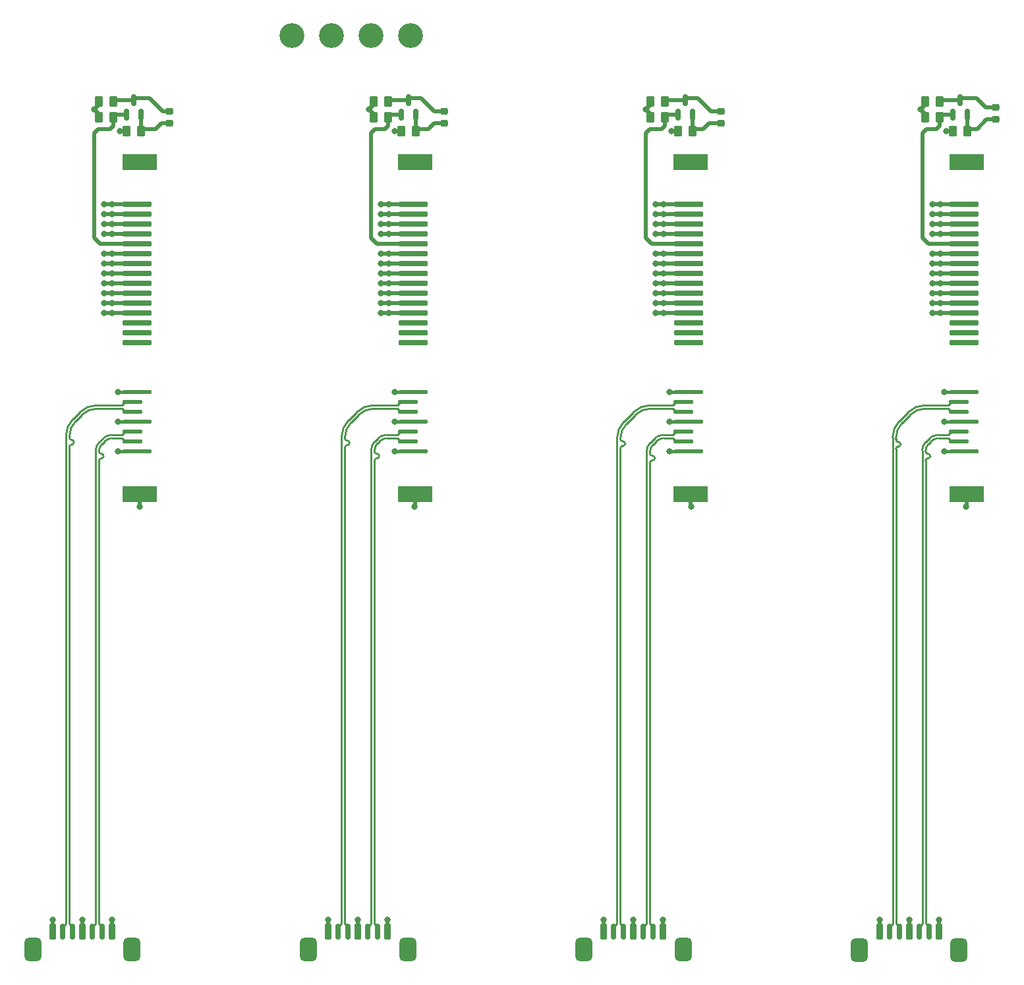
<source format=gbr>
%TF.GenerationSoftware,KiCad,Pcbnew,7.0.9*%
%TF.CreationDate,2024-03-30T19:36:48+01:00*%
%TF.ProjectId,8x-sata-backplane,38782d73-6174-4612-9d62-61636b706c61,rev?*%
%TF.SameCoordinates,Original*%
%TF.FileFunction,Copper,L1,Top*%
%TF.FilePolarity,Positive*%
%FSLAX46Y46*%
G04 Gerber Fmt 4.6, Leading zero omitted, Abs format (unit mm)*
G04 Created by KiCad (PCBNEW 7.0.9) date 2024-03-30 19:36:48*
%MOMM*%
%LPD*%
G01*
G04 APERTURE LIST*
G04 Aperture macros list*
%AMRoundRect*
0 Rectangle with rounded corners*
0 $1 Rounding radius*
0 $2 $3 $4 $5 $6 $7 $8 $9 X,Y pos of 4 corners*
0 Add a 4 corners polygon primitive as box body*
4,1,4,$2,$3,$4,$5,$6,$7,$8,$9,$2,$3,0*
0 Add four circle primitives for the rounded corners*
1,1,$1+$1,$2,$3*
1,1,$1+$1,$4,$5*
1,1,$1+$1,$6,$7*
1,1,$1+$1,$8,$9*
0 Add four rect primitives between the rounded corners*
20,1,$1+$1,$2,$3,$4,$5,0*
20,1,$1+$1,$4,$5,$6,$7,0*
20,1,$1+$1,$6,$7,$8,$9,0*
20,1,$1+$1,$8,$9,$2,$3,0*%
G04 Aperture macros list end*
%TA.AperFunction,ComponentPad*%
%ADD10C,3.200000*%
%TD*%
%TA.AperFunction,SMDPad,CuDef*%
%ADD11RoundRect,0.112500X1.790000X-0.112500X1.790000X0.112500X-1.790000X0.112500X-1.790000X-0.112500X0*%
%TD*%
%TA.AperFunction,SMDPad,CuDef*%
%ADD12RoundRect,0.112500X1.155000X-0.112500X1.155000X0.112500X-1.155000X0.112500X-1.155000X-0.112500X0*%
%TD*%
%TA.AperFunction,SMDPad,CuDef*%
%ADD13RoundRect,0.150000X1.750000X-0.150000X1.750000X0.150000X-1.750000X0.150000X-1.750000X-0.150000X0*%
%TD*%
%TA.AperFunction,SMDPad,CuDef*%
%ADD14R,4.445000X2.100000*%
%TD*%
%TA.AperFunction,SMDPad,CuDef*%
%ADD15RoundRect,0.225000X0.225000X0.775000X-0.225000X0.775000X-0.225000X-0.775000X0.225000X-0.775000X0*%
%TD*%
%TA.AperFunction,SMDPad,CuDef*%
%ADD16RoundRect,0.150000X0.150000X0.850000X-0.150000X0.850000X-0.150000X-0.850000X0.150000X-0.850000X0*%
%TD*%
%TA.AperFunction,ComponentPad*%
%ADD17RoundRect,0.550000X0.550000X0.950000X-0.550000X0.950000X-0.550000X-0.950000X0.550000X-0.950000X0*%
%TD*%
%TA.AperFunction,SMDPad,CuDef*%
%ADD18RoundRect,0.250000X0.262500X0.450000X-0.262500X0.450000X-0.262500X-0.450000X0.262500X-0.450000X0*%
%TD*%
%TA.AperFunction,SMDPad,CuDef*%
%ADD19RoundRect,0.218750X0.256250X-0.218750X0.256250X0.218750X-0.256250X0.218750X-0.256250X-0.218750X0*%
%TD*%
%TA.AperFunction,SMDPad,CuDef*%
%ADD20RoundRect,0.150000X0.150000X-0.587500X0.150000X0.587500X-0.150000X0.587500X-0.150000X-0.587500X0*%
%TD*%
%TA.AperFunction,SMDPad,CuDef*%
%ADD21RoundRect,0.250000X-0.262500X-0.450000X0.262500X-0.450000X0.262500X0.450000X-0.262500X0.450000X0*%
%TD*%
%TA.AperFunction,ViaPad*%
%ADD22C,0.800000*%
%TD*%
%TA.AperFunction,Conductor*%
%ADD23C,0.500000*%
%TD*%
%TA.AperFunction,Conductor*%
%ADD24C,0.220500*%
%TD*%
%TA.AperFunction,Conductor*%
%ADD25C,0.450000*%
%TD*%
G04 APERTURE END LIST*
D10*
%TO.P,J9,1,12V*%
%TO.N,12V*%
X79502000Y-26554000D03*
%TO.P,J9,2,GND*%
%TO.N,GND*%
X74422000Y-26554000D03*
%TO.P,J9,3,GND*%
X69342000Y-26554000D03*
%TO.P,J9,4,5V*%
%TO.N,5V*%
X64262000Y-26554000D03*
%TD*%
D11*
%TO.P,J7,1,GND*%
%TO.N,GND4*%
X150585500Y-80010000D03*
D12*
%TO.P,J7,2,A+*%
%TO.N,/4A+*%
X149950500Y-78740000D03*
%TO.P,J7,3,A-*%
%TO.N,/4A-*%
X149950500Y-77470000D03*
D11*
%TO.P,J7,4,GND*%
%TO.N,GND4*%
X150585500Y-76200000D03*
D12*
%TO.P,J7,5,B-*%
%TO.N,/4B-*%
X149950500Y-74930000D03*
%TO.P,J7,6,B+*%
%TO.N,/4B+*%
X149950500Y-73660000D03*
D11*
%TO.P,J7,7,GND*%
%TO.N,GND4*%
X150585500Y-72390000D03*
D13*
%TO.P,J7,8,P1*%
%TO.N,unconnected-(J7-P1-Pad8)*%
X150583000Y-66040000D03*
%TO.P,J7,9,P2*%
%TO.N,unconnected-(J7-P2-Pad9)*%
X150583000Y-64770000D03*
%TO.P,J7,10,P3*%
%TO.N,unconnected-(J7-P3-Pad10)*%
X150583000Y-63500000D03*
%TO.P,J7,11,P4*%
%TO.N,GND*%
X150583000Y-62230000D03*
%TO.P,J7,12,P5*%
X150583000Y-60960000D03*
%TO.P,J7,13,P6*%
X150583000Y-59690000D03*
%TO.P,J7,14,P7*%
%TO.N,5V*%
X150583000Y-58420000D03*
%TO.P,J7,15,P8*%
X150583000Y-57150000D03*
%TO.P,J7,16,P9*%
X150583000Y-55880000D03*
%TO.P,J7,17,P10*%
%TO.N,GND*%
X150583000Y-54610000D03*
%TO.P,J7,18,P11*%
%TO.N,4_ACT*%
X150583000Y-53340000D03*
%TO.P,J7,19,P12*%
%TO.N,GND*%
X150583000Y-52070000D03*
%TO.P,J7,20,P13*%
%TO.N,12V*%
X150583000Y-50800000D03*
%TO.P,J7,21,P14*%
X150583000Y-49530000D03*
%TO.P,J7,22,P15*%
X150583000Y-48260000D03*
D14*
%TO.P,J7,23,C1*%
%TO.N,GND4*%
X150900500Y-85485000D03*
%TO.P,J7,24,C2*%
%TO.N,unconnected-(J7-C2-Pad24)*%
X150900500Y-42785000D03*
%TD*%
D15*
%TO.P,J6,1,GND*%
%TO.N,GND3*%
X111948000Y-141678000D03*
D16*
%TO.P,J6,2,A+*%
%TO.N,/3A+*%
X110678000Y-141678000D03*
%TO.P,J6,3,A-*%
%TO.N,/3A-*%
X109408000Y-141678000D03*
D15*
%TO.P,J6,4,GND*%
%TO.N,GND3*%
X108138000Y-141678000D03*
D16*
%TO.P,J6,5,B-*%
%TO.N,/3B-*%
X106868000Y-141678000D03*
%TO.P,J6,6,B+*%
%TO.N,/3B+*%
X105598000Y-141678000D03*
D15*
%TO.P,J6,7,GND*%
%TO.N,GND3*%
X104328000Y-141678000D03*
D17*
%TO.P,J6,8,C1*%
X101768000Y-144038000D03*
%TO.P,J6,9,C2*%
X114508000Y-144038000D03*
%TD*%
D11*
%TO.P,J1,1,GND*%
%TO.N,GND1*%
X44385500Y-80010000D03*
D12*
%TO.P,J1,2,A+*%
%TO.N,/A+*%
X43750500Y-78740000D03*
%TO.P,J1,3,A-*%
%TO.N,/A-*%
X43750500Y-77470000D03*
D11*
%TO.P,J1,4,GND*%
%TO.N,GND1*%
X44385500Y-76200000D03*
D12*
%TO.P,J1,5,B-*%
%TO.N,/B-*%
X43750500Y-74930000D03*
%TO.P,J1,6,B+*%
%TO.N,/B+*%
X43750500Y-73660000D03*
D11*
%TO.P,J1,7,GND*%
%TO.N,GND1*%
X44385500Y-72390000D03*
D13*
%TO.P,J1,8,P1*%
%TO.N,unconnected-(J1-P1-Pad8)*%
X44383000Y-66040000D03*
%TO.P,J1,9,P2*%
%TO.N,unconnected-(J1-P2-Pad9)*%
X44383000Y-64770000D03*
%TO.P,J1,10,P3*%
%TO.N,unconnected-(J1-P3-Pad10)*%
X44383000Y-63500000D03*
%TO.P,J1,11,P4*%
%TO.N,GND*%
X44383000Y-62230000D03*
%TO.P,J1,12,P5*%
X44383000Y-60960000D03*
%TO.P,J1,13,P6*%
X44383000Y-59690000D03*
%TO.P,J1,14,P7*%
%TO.N,5V*%
X44383000Y-58420000D03*
%TO.P,J1,15,P8*%
X44383000Y-57150000D03*
%TO.P,J1,16,P9*%
X44383000Y-55880000D03*
%TO.P,J1,17,P10*%
%TO.N,GND*%
X44383000Y-54610000D03*
%TO.P,J1,18,P11*%
%TO.N,1_ACT*%
X44383000Y-53340000D03*
%TO.P,J1,19,P12*%
%TO.N,GND*%
X44383000Y-52070000D03*
%TO.P,J1,20,P13*%
%TO.N,12V*%
X44383000Y-50800000D03*
%TO.P,J1,21,P14*%
X44383000Y-49530000D03*
%TO.P,J1,22,P15*%
X44383000Y-48260000D03*
D14*
%TO.P,J1,23,C1*%
%TO.N,GND1*%
X44700500Y-85485000D03*
%TO.P,J1,24,C2*%
%TO.N,unconnected-(J1-C2-Pad24)*%
X44700500Y-42785000D03*
%TD*%
D18*
%TO.P,R11,2*%
%TO.N,5V*%
X145645500Y-35052000D03*
%TO.P,R11,1*%
%TO.N,Net-(D4-A)*%
X147470500Y-35052000D03*
%TD*%
D15*
%TO.P,J4,1,GND*%
%TO.N,GND2*%
X76548000Y-141678000D03*
D16*
%TO.P,J4,2,A+*%
%TO.N,/2A+*%
X75278000Y-141678000D03*
%TO.P,J4,3,A-*%
%TO.N,/2A-*%
X74008000Y-141678000D03*
D15*
%TO.P,J4,4,GND*%
%TO.N,GND2*%
X72738000Y-141678000D03*
D16*
%TO.P,J4,5,B-*%
%TO.N,/2B-*%
X71468000Y-141678000D03*
%TO.P,J4,6,B+*%
%TO.N,/2B+*%
X70198000Y-141678000D03*
D15*
%TO.P,J4,7,GND*%
%TO.N,GND2*%
X68928000Y-141678000D03*
D17*
%TO.P,J4,8,C1*%
X66368000Y-144038000D03*
%TO.P,J4,9,C2*%
X79108000Y-144038000D03*
%TD*%
D19*
%TO.P,D3,1,K*%
%TO.N,Net-(D3-K)*%
X119380000Y-37871500D03*
%TO.P,D3,2,A*%
%TO.N,Net-(D3-A)*%
X119380000Y-36296500D03*
%TD*%
%TO.P,D4,1,K*%
%TO.N,Net-(D4-K)*%
X154686000Y-37363500D03*
%TO.P,D4,2,A*%
%TO.N,Net-(D4-A)*%
X154686000Y-35788500D03*
%TD*%
D20*
%TO.P,Q3,1,B*%
%TO.N,3_ACT*%
X113858000Y-36751500D03*
%TO.P,Q3,2,E*%
%TO.N,Net-(D3-K)*%
X115758000Y-36751500D03*
%TO.P,Q3,3,C*%
%TO.N,Net-(D3-A)*%
X114808000Y-34876500D03*
%TD*%
D18*
%TO.P,R12,1*%
%TO.N,Net-(D4-K)*%
X151026500Y-38862000D03*
%TO.P,R12,2*%
%TO.N,GND*%
X149201500Y-38862000D03*
%TD*%
D21*
%TO.P,R4,1*%
%TO.N,5V*%
X74779500Y-37084000D03*
%TO.P,R4,2*%
%TO.N,2_ACT*%
X76604500Y-37084000D03*
%TD*%
D20*
%TO.P,Q1,1,B*%
%TO.N,1_ACT*%
X42992000Y-36751500D03*
%TO.P,Q1,2,E*%
%TO.N,Net-(D1-K)*%
X44892000Y-36751500D03*
%TO.P,Q1,3,C*%
%TO.N,Net-(D1-A)*%
X43942000Y-34876500D03*
%TD*%
D19*
%TO.P,D2,1,K*%
%TO.N,Net-(D2-K)*%
X83820000Y-37871500D03*
%TO.P,D2,2,A*%
%TO.N,Net-(D2-A)*%
X83820000Y-36296500D03*
%TD*%
D18*
%TO.P,R2,1*%
%TO.N,Net-(D1-A)*%
X41298500Y-35052000D03*
%TO.P,R2,2*%
%TO.N,5V*%
X39473500Y-35052000D03*
%TD*%
%TO.P,R9,1*%
%TO.N,Net-(D3-K)*%
X115720500Y-38862000D03*
%TO.P,R9,2*%
%TO.N,GND*%
X113895500Y-38862000D03*
%TD*%
D11*
%TO.P,J5,1,GND*%
%TO.N,GND3*%
X115185500Y-80010000D03*
D12*
%TO.P,J5,2,A+*%
%TO.N,/3A+*%
X114550500Y-78740000D03*
%TO.P,J5,3,A-*%
%TO.N,/3A-*%
X114550500Y-77470000D03*
D11*
%TO.P,J5,4,GND*%
%TO.N,GND3*%
X115185500Y-76200000D03*
D12*
%TO.P,J5,5,B-*%
%TO.N,/3B-*%
X114550500Y-74930000D03*
%TO.P,J5,6,B+*%
%TO.N,/3B+*%
X114550500Y-73660000D03*
D11*
%TO.P,J5,7,GND*%
%TO.N,GND3*%
X115185500Y-72390000D03*
D13*
%TO.P,J5,8,P1*%
%TO.N,unconnected-(J5-P1-Pad8)*%
X115183000Y-66040000D03*
%TO.P,J5,9,P2*%
%TO.N,unconnected-(J5-P2-Pad9)*%
X115183000Y-64770000D03*
%TO.P,J5,10,P3*%
%TO.N,unconnected-(J5-P3-Pad10)*%
X115183000Y-63500000D03*
%TO.P,J5,11,P4*%
%TO.N,GND*%
X115183000Y-62230000D03*
%TO.P,J5,12,P5*%
X115183000Y-60960000D03*
%TO.P,J5,13,P6*%
X115183000Y-59690000D03*
%TO.P,J5,14,P7*%
%TO.N,5V*%
X115183000Y-58420000D03*
%TO.P,J5,15,P8*%
X115183000Y-57150000D03*
%TO.P,J5,16,P9*%
X115183000Y-55880000D03*
%TO.P,J5,17,P10*%
%TO.N,GND*%
X115183000Y-54610000D03*
%TO.P,J5,18,P11*%
%TO.N,3_ACT*%
X115183000Y-53340000D03*
%TO.P,J5,19,P12*%
%TO.N,GND*%
X115183000Y-52070000D03*
%TO.P,J5,20,P13*%
%TO.N,12V*%
X115183000Y-50800000D03*
%TO.P,J5,21,P14*%
X115183000Y-49530000D03*
%TO.P,J5,22,P15*%
X115183000Y-48260000D03*
D14*
%TO.P,J5,23,C1*%
%TO.N,GND3*%
X115500500Y-85485000D03*
%TO.P,J5,24,C2*%
%TO.N,unconnected-(J5-C2-Pad24)*%
X115500500Y-42785000D03*
%TD*%
D18*
%TO.P,R5,1*%
%TO.N,Net-(D2-A)*%
X76604500Y-35052000D03*
%TO.P,R5,2*%
%TO.N,5V*%
X74779500Y-35052000D03*
%TD*%
D20*
%TO.P,Q4,1,B*%
%TO.N,4_ACT*%
X149164000Y-36751500D03*
%TO.P,Q4,2,E*%
%TO.N,Net-(D4-K)*%
X151064000Y-36751500D03*
%TO.P,Q4,3,C*%
%TO.N,Net-(D4-A)*%
X150114000Y-34876500D03*
%TD*%
D18*
%TO.P,R8,1*%
%TO.N,Net-(D3-A)*%
X112164500Y-35052000D03*
%TO.P,R8,2*%
%TO.N,5V*%
X110339500Y-35052000D03*
%TD*%
D21*
%TO.P,R7,1*%
%TO.N,5V*%
X110339500Y-37084000D03*
%TO.P,R7,2*%
%TO.N,3_ACT*%
X112164500Y-37084000D03*
%TD*%
D18*
%TO.P,R3,1*%
%TO.N,Net-(D1-K)*%
X44854500Y-38862000D03*
%TO.P,R3,2*%
%TO.N,GND*%
X43029500Y-38862000D03*
%TD*%
D15*
%TO.P,J8,1,GND*%
%TO.N,GND4*%
X147348000Y-141698000D03*
D16*
%TO.P,J8,2,A+*%
%TO.N,/4A+*%
X146078000Y-141698000D03*
%TO.P,J8,3,A-*%
%TO.N,/4A-*%
X144808000Y-141698000D03*
D15*
%TO.P,J8,4,GND*%
%TO.N,GND4*%
X143538000Y-141698000D03*
D16*
%TO.P,J8,5,B-*%
%TO.N,/4B-*%
X142268000Y-141698000D03*
%TO.P,J8,6,B+*%
%TO.N,/4B+*%
X140998000Y-141698000D03*
D15*
%TO.P,J8,7,GND*%
%TO.N,GND4*%
X139728000Y-141698000D03*
D17*
%TO.P,J8,8,C1*%
X137168000Y-144058000D03*
%TO.P,J8,9,C2*%
X149908000Y-144058000D03*
%TD*%
D20*
%TO.P,Q2,1,B*%
%TO.N,2_ACT*%
X78298000Y-36751500D03*
%TO.P,Q2,2,E*%
%TO.N,Net-(D2-K)*%
X80198000Y-36751500D03*
%TO.P,Q2,3,C*%
%TO.N,Net-(D2-A)*%
X79248000Y-34876500D03*
%TD*%
D18*
%TO.P,R6,1*%
%TO.N,Net-(D2-K)*%
X80160500Y-38862000D03*
%TO.P,R6,2*%
%TO.N,GND*%
X78335500Y-38862000D03*
%TD*%
D19*
%TO.P,D1,1,K*%
%TO.N,Net-(D1-K)*%
X48514000Y-37871500D03*
%TO.P,D1,2,A*%
%TO.N,Net-(D1-A)*%
X48514000Y-36296500D03*
%TD*%
D21*
%TO.P,R10,1*%
%TO.N,5V*%
X145645500Y-37084000D03*
%TO.P,R10,2*%
%TO.N,4_ACT*%
X147470500Y-37084000D03*
%TD*%
%TO.P,R1,2*%
%TO.N,1_ACT*%
X41298500Y-37084000D03*
%TO.P,R1,1*%
%TO.N,5V*%
X39473500Y-37084000D03*
%TD*%
D15*
%TO.P,J2,1,GND*%
%TO.N,GND1*%
X41148000Y-141678000D03*
D16*
%TO.P,J2,2,A+*%
%TO.N,/A+*%
X39878000Y-141678000D03*
%TO.P,J2,3,A-*%
%TO.N,/A-*%
X38608000Y-141678000D03*
D15*
%TO.P,J2,4,GND*%
%TO.N,GND1*%
X37338000Y-141678000D03*
D16*
%TO.P,J2,5,B-*%
%TO.N,/B-*%
X36068000Y-141678000D03*
%TO.P,J2,6,B+*%
%TO.N,/B+*%
X34798000Y-141678000D03*
D15*
%TO.P,J2,7,GND*%
%TO.N,GND1*%
X33528000Y-141678000D03*
D17*
%TO.P,J2,8,C1*%
X30968000Y-144038000D03*
%TO.P,J2,9,C2*%
X43708000Y-144038000D03*
%TD*%
D11*
%TO.P,J3,1,GND*%
%TO.N,GND2*%
X79785500Y-80010000D03*
D12*
%TO.P,J3,2,A+*%
%TO.N,/2A+*%
X79150500Y-78740000D03*
%TO.P,J3,3,A-*%
%TO.N,/2A-*%
X79150500Y-77470000D03*
D11*
%TO.P,J3,4,GND*%
%TO.N,GND2*%
X79785500Y-76200000D03*
D12*
%TO.P,J3,5,B-*%
%TO.N,/2B-*%
X79150500Y-74930000D03*
%TO.P,J3,6,B+*%
%TO.N,/2B+*%
X79150500Y-73660000D03*
D11*
%TO.P,J3,7,GND*%
%TO.N,GND2*%
X79785500Y-72390000D03*
D13*
%TO.P,J3,8,P1*%
%TO.N,unconnected-(J3-P1-Pad8)*%
X79783000Y-66040000D03*
%TO.P,J3,9,P2*%
%TO.N,unconnected-(J3-P2-Pad9)*%
X79783000Y-64770000D03*
%TO.P,J3,10,P3*%
%TO.N,unconnected-(J3-P3-Pad10)*%
X79783000Y-63500000D03*
%TO.P,J3,11,P4*%
%TO.N,GND*%
X79783000Y-62230000D03*
%TO.P,J3,12,P5*%
X79783000Y-60960000D03*
%TO.P,J3,13,P6*%
X79783000Y-59690000D03*
%TO.P,J3,14,P7*%
%TO.N,5V*%
X79783000Y-58420000D03*
%TO.P,J3,15,P8*%
X79783000Y-57150000D03*
%TO.P,J3,16,P9*%
X79783000Y-55880000D03*
%TO.P,J3,17,P10*%
%TO.N,GND*%
X79783000Y-54610000D03*
%TO.P,J3,18,P11*%
%TO.N,2_ACT*%
X79783000Y-53340000D03*
%TO.P,J3,19,P12*%
%TO.N,GND*%
X79783000Y-52070000D03*
%TO.P,J3,20,P13*%
%TO.N,12V*%
X79783000Y-50800000D03*
%TO.P,J3,21,P14*%
X79783000Y-49530000D03*
%TO.P,J3,22,P15*%
X79783000Y-48260000D03*
D14*
%TO.P,J3,23,C1*%
%TO.N,GND2*%
X80100500Y-85485000D03*
%TO.P,J3,24,C2*%
%TO.N,unconnected-(J3-C2-Pad24)*%
X80100500Y-42785000D03*
%TD*%
D22*
%TO.N,5V*%
X38862000Y-36068000D03*
X74168000Y-36068000D03*
X109728000Y-36068000D03*
X145034000Y-36068000D03*
%TO.N,GND*%
X148336000Y-38862000D03*
X113030000Y-38862000D03*
X77470000Y-38862000D03*
X42164000Y-38862000D03*
X40132000Y-54610000D03*
X110998000Y-62230000D03*
X76708000Y-52070000D03*
X75692000Y-52070000D03*
X147574000Y-59690000D03*
X112014000Y-52070000D03*
X40132000Y-60960000D03*
X110998000Y-59690000D03*
X110998000Y-60960000D03*
X76708000Y-60960000D03*
X76708000Y-59690000D03*
X40132000Y-59690000D03*
X146558000Y-52070000D03*
X112014000Y-62230000D03*
X76708000Y-62230000D03*
X75692000Y-59690000D03*
X110998000Y-54610000D03*
X112014000Y-59690000D03*
X147574000Y-52070000D03*
X146558000Y-54610000D03*
X40132000Y-62230000D03*
X41148000Y-60960000D03*
X41148000Y-52096000D03*
X112014000Y-60960000D03*
X147574000Y-60960000D03*
X146558000Y-60960000D03*
X76708000Y-54610000D03*
X146558000Y-62230000D03*
X147574000Y-54610000D03*
X41148000Y-59690000D03*
X75692000Y-62230000D03*
X146558000Y-59690000D03*
X147574000Y-62230000D03*
X75692000Y-54610000D03*
X75692000Y-60960000D03*
X40132000Y-52070000D03*
X110998000Y-52070000D03*
X41148000Y-54636000D03*
X41148000Y-62256000D03*
X112014000Y-54610000D03*
%TO.N,5V*%
X146558000Y-58420000D03*
X110998000Y-57150000D03*
X110998000Y-58420000D03*
X75692000Y-55880000D03*
X41148000Y-58420000D03*
X112014000Y-57150000D03*
X147574000Y-58420000D03*
X76708000Y-58420000D03*
X40132000Y-58420000D03*
X41148000Y-55880000D03*
X147574000Y-57150000D03*
X40132000Y-57150000D03*
X112014000Y-58420000D03*
X76708000Y-55880000D03*
X40132000Y-55880000D03*
X75692000Y-58420000D03*
X146558000Y-57150000D03*
X76708000Y-57150000D03*
X75692000Y-57150000D03*
X146558000Y-55880000D03*
X112014000Y-55880000D03*
X41148000Y-57176000D03*
X147574000Y-55880000D03*
X110998000Y-55880000D03*
%TO.N,12V*%
X147574000Y-48260000D03*
X41148000Y-49530000D03*
X75692000Y-50800000D03*
X147574000Y-50800000D03*
X112014000Y-49530000D03*
X110998000Y-50800000D03*
X40132000Y-49530000D03*
X147574000Y-49530000D03*
X110998000Y-48260000D03*
X110998000Y-49530000D03*
X75692000Y-48260000D03*
X41148000Y-50826000D03*
X76708000Y-48260000D03*
X76708000Y-50800000D03*
X75692000Y-49530000D03*
X146558000Y-50800000D03*
X112014000Y-50800000D03*
X112014000Y-48260000D03*
X40132000Y-48260000D03*
X76708000Y-49530000D03*
X146558000Y-48260000D03*
X146558000Y-49530000D03*
X41148000Y-48260000D03*
X40132000Y-50800000D03*
%TO.N,GND1*%
X37338000Y-140228000D03*
X33528000Y-140228000D03*
X44700500Y-87118500D03*
X41910000Y-72390000D03*
X41910000Y-76200000D03*
X41910000Y-80010000D03*
X41148000Y-140228000D03*
%TO.N,GND2*%
X72738000Y-140228000D03*
X76548000Y-140228000D03*
X77470000Y-72390000D03*
X68928000Y-140228000D03*
X77470000Y-80010000D03*
X80010000Y-87122000D03*
X77470000Y-76200000D03*
%TO.N,GND3*%
X112776000Y-76200000D03*
X104328000Y-140228000D03*
X112776000Y-72390000D03*
X108138000Y-140228000D03*
X111948000Y-140228000D03*
X112776000Y-80010000D03*
X115570000Y-87122000D03*
%TO.N,GND4*%
X148082000Y-80010000D03*
X150876000Y-87122000D03*
X148082000Y-72390000D03*
X143538000Y-140228000D03*
X139728000Y-140228000D03*
X147348000Y-140228000D03*
X148082000Y-76200000D03*
%TD*%
D23*
%TO.N,5V*%
X39473500Y-37084000D02*
X39473500Y-36679500D01*
X39473500Y-36679500D02*
X38862000Y-36068000D01*
X39473500Y-35456500D02*
X38862000Y-36068000D01*
X39473500Y-35052000D02*
X39473500Y-35456500D01*
X74779500Y-37084000D02*
X74779500Y-36679500D01*
X74779500Y-36679500D02*
X74168000Y-36068000D01*
X74779500Y-35456500D02*
X74168000Y-36068000D01*
X74779500Y-35052000D02*
X74779500Y-35456500D01*
X110339500Y-37084000D02*
X110339500Y-36679500D01*
X110339500Y-36679500D02*
X109728000Y-36068000D01*
X110339500Y-35456500D02*
X109728000Y-36068000D01*
X110339500Y-35052000D02*
X110339500Y-35456500D01*
X145645500Y-37084000D02*
X145645500Y-36679500D01*
X145645500Y-36679500D02*
X145034000Y-36068000D01*
X145645500Y-35456500D02*
X145034000Y-36068000D01*
X145645500Y-35052000D02*
X145645500Y-35456500D01*
%TO.N,GND*%
X149201500Y-38862000D02*
X148336000Y-38862000D01*
%TO.N,4_ACT*%
X150583000Y-53340000D02*
X146050000Y-53340000D01*
X145288000Y-52578000D02*
X145288000Y-39116000D01*
X145288000Y-39116000D02*
X145796000Y-38608000D01*
X147066000Y-38608000D02*
X147470500Y-38203500D01*
X145796000Y-38608000D02*
X147066000Y-38608000D01*
X146050000Y-53340000D02*
X145288000Y-52578000D01*
X147470500Y-38203500D02*
X147470500Y-37084000D01*
X149164000Y-36751500D02*
X147803000Y-36751500D01*
X147803000Y-36751500D02*
X147470500Y-37084000D01*
%TO.N,Net-(D4-A)*%
X150114000Y-34876500D02*
X147646000Y-34876500D01*
X147646000Y-34876500D02*
X147470500Y-35052000D01*
%TO.N,2_ACT*%
X79783000Y-53340000D02*
X75184000Y-53340000D01*
X76604500Y-38203500D02*
X76604500Y-37084000D01*
X74422000Y-39116000D02*
X74930000Y-38608000D01*
X75184000Y-53340000D02*
X74422000Y-52578000D01*
X74422000Y-52578000D02*
X74422000Y-39116000D01*
X74930000Y-38608000D02*
X76200000Y-38608000D01*
X76200000Y-38608000D02*
X76604500Y-38203500D01*
%TO.N,3_ACT*%
X115183000Y-53340000D02*
X110490000Y-53340000D01*
X110490000Y-53340000D02*
X109728000Y-52578000D01*
X112164500Y-38203500D02*
X112164500Y-37084000D01*
X109728000Y-52578000D02*
X109728000Y-39116000D01*
X111760000Y-38608000D02*
X112164500Y-38203500D01*
X109728000Y-39116000D02*
X110236000Y-38608000D01*
X110236000Y-38608000D02*
X111760000Y-38608000D01*
%TO.N,GND*%
X113895500Y-38862000D02*
X113030000Y-38862000D01*
%TO.N,3_ACT*%
X113858000Y-36751500D02*
X112497000Y-36751500D01*
X112497000Y-36751500D02*
X112164500Y-37084000D01*
%TO.N,Net-(D3-A)*%
X114808000Y-34876500D02*
X112340000Y-34876500D01*
X112340000Y-34876500D02*
X112164500Y-35052000D01*
%TO.N,Net-(D2-A)*%
X76604500Y-35052000D02*
X76780000Y-34876500D01*
X76780000Y-34876500D02*
X79248000Y-34876500D01*
%TO.N,2_ACT*%
X76604500Y-37084000D02*
X76937000Y-36751500D01*
X76937000Y-36751500D02*
X78298000Y-36751500D01*
%TO.N,Net-(D1-A)*%
X41298500Y-35052000D02*
X41474000Y-34876500D01*
X41474000Y-34876500D02*
X43942000Y-34876500D01*
%TO.N,1_ACT*%
X44383000Y-53340000D02*
X39624000Y-53340000D01*
X39370000Y-38608000D02*
X40894000Y-38608000D01*
X39624000Y-53340000D02*
X38862000Y-52578000D01*
X38862000Y-52578000D02*
X38862000Y-39116000D01*
X38862000Y-39116000D02*
X39370000Y-38608000D01*
X41298500Y-37084000D02*
X41631000Y-36751500D01*
X41631000Y-36751500D02*
X42992000Y-36751500D01*
X40894000Y-38608000D02*
X41298500Y-38203500D01*
X41298500Y-38203500D02*
X41298500Y-37084000D01*
%TO.N,GND*%
X78335500Y-38862000D02*
X77470000Y-38862000D01*
X43029500Y-38862000D02*
X42164000Y-38862000D01*
D24*
%TO.N,/4A+*%
X145954646Y-80909750D02*
G75*
G03*
X145654850Y-81209592I-46J-299750D01*
G01*
X145954646Y-80909842D02*
G75*
G03*
X146254442Y-80610000I-46J299842D01*
G01*
X145654804Y-80010000D02*
G75*
G03*
X145954646Y-80309796I299796J0D01*
G01*
X146034674Y-79054928D02*
X146392928Y-78696674D01*
X146254404Y-80609592D02*
G75*
G03*
X145954646Y-80309796I-299804J-8D01*
G01*
X146034682Y-79054936D02*
G75*
G03*
X145654850Y-79971904I916918J-916964D01*
G01*
X147309904Y-78316839D02*
G75*
G03*
X146392929Y-78696675I-4J-1296761D01*
G01*
X148983000Y-78740000D02*
X149950500Y-78740000D01*
X146254442Y-80610000D02*
X146254442Y-80609592D01*
X145654850Y-80010000D02*
X145654850Y-79971904D01*
X147309904Y-78316850D02*
X148559850Y-78316850D01*
X145654850Y-140724850D02*
X145654850Y-81209592D01*
X148559850Y-78316850D02*
X148983000Y-78740000D01*
%TO.N,/4A-*%
X147218568Y-77893143D02*
G75*
G03*
X146157909Y-78332491I32J-1500057D01*
G01*
X145670490Y-78819908D02*
X146157908Y-78332490D01*
X145670495Y-78819913D02*
G75*
G03*
X145231150Y-79880568I1060705J-1060687D01*
G01*
X148559850Y-77893150D02*
X148983000Y-77470000D01*
X145231150Y-140724850D02*
X145231150Y-79880568D01*
X148983000Y-77470000D02*
X149950500Y-77470000D01*
X147218568Y-77893150D02*
X148559850Y-77893150D01*
%TO.N,/4B-*%
X142144674Y-79385750D02*
G75*
G03*
X141844850Y-79685648I126J-299950D01*
G01*
X141844876Y-78486000D02*
G75*
G03*
X142144674Y-78785824I299824J0D01*
G01*
X145645224Y-74506850D02*
X148559850Y-74506850D01*
X142663991Y-76329565D02*
G75*
G03*
X141844850Y-78307224I1977709J-1977635D01*
G01*
X142144675Y-79385799D02*
G75*
G03*
X142444499Y-79086000I25J299799D01*
G01*
X142444476Y-79085648D02*
G75*
G03*
X142144675Y-78785824I-299776J48D01*
G01*
X148559850Y-74506850D02*
X148983000Y-74930000D01*
X142144675Y-78785824D02*
X142144674Y-78785824D01*
X145645224Y-74506882D02*
G75*
G03*
X143667588Y-75326014I-24J-2796818D01*
G01*
X141844850Y-140724850D02*
X141844850Y-79685648D01*
X142444499Y-79086000D02*
X142444499Y-79085648D01*
X142144674Y-79385824D02*
X142144675Y-79385824D01*
X141844850Y-78486000D02*
X141844850Y-78307224D01*
X148983000Y-74930000D02*
X149950500Y-74930000D01*
X142664014Y-76329588D02*
X143667588Y-75326014D01*
%TO.N,/4B+*%
X142299825Y-76094563D02*
G75*
G03*
X141421150Y-78215889I2121375J-2121337D01*
G01*
X145553889Y-74083128D02*
G75*
G03*
X143432569Y-74961829I11J-2999972D01*
G01*
X148559850Y-74083150D02*
X148983000Y-73660000D01*
X141421150Y-140724850D02*
X141421150Y-78215889D01*
X142299830Y-76094568D02*
X143432569Y-74961829D01*
X145553889Y-74083150D02*
X148559850Y-74083150D01*
X148983000Y-73660000D02*
X149950500Y-73660000D01*
%TO.N,/3A+*%
X110634682Y-79148936D02*
G75*
G03*
X110254850Y-80065904I916918J-916964D01*
G01*
X112003904Y-78316839D02*
G75*
G03*
X111086929Y-78696675I-4J-1296761D01*
G01*
X110634674Y-79148928D02*
X111086928Y-78696674D01*
X110554646Y-81163842D02*
G75*
G03*
X110854442Y-80864000I-46J299842D01*
G01*
X112003904Y-78316850D02*
X113159850Y-78316850D01*
X110854404Y-80863592D02*
G75*
G03*
X110554646Y-80563796I-299804J-8D01*
G01*
X110254804Y-80264000D02*
G75*
G03*
X110554646Y-80563796I299796J0D01*
G01*
X110554646Y-81163750D02*
G75*
G03*
X110254850Y-81463592I-46J-299750D01*
G01*
X110254850Y-140704850D02*
X110254850Y-81463592D01*
X110854442Y-80864000D02*
X110854442Y-80863592D01*
X110254850Y-80264000D02*
X110254850Y-80065904D01*
X113159850Y-78316850D02*
X113583000Y-78740000D01*
X113583000Y-78740000D02*
X114550500Y-78740000D01*
%TO.N,/3A-*%
X111912568Y-77893143D02*
G75*
G03*
X110851909Y-78332491I32J-1500057D01*
G01*
X113159850Y-77893150D02*
X113583000Y-77470000D01*
X109831150Y-140704850D02*
X109831150Y-79974568D01*
X110270490Y-78913908D02*
X110851908Y-78332490D01*
X110270495Y-78913913D02*
G75*
G03*
X109831150Y-79974568I1060705J-1060687D01*
G01*
X111912568Y-77893150D02*
X113159850Y-77893150D01*
X113583000Y-77470000D02*
X114550500Y-77470000D01*
%TO.N,/3B-*%
X107044533Y-79000910D02*
G75*
G03*
X106744694Y-78701067I-299833J10D01*
G01*
X106444850Y-140704850D02*
X106444850Y-79600910D01*
X106744693Y-79301067D02*
X106744694Y-79301067D01*
X106444833Y-78401224D02*
G75*
G03*
X106744693Y-78701067I299867J24D01*
G01*
X107263991Y-76423565D02*
G75*
G03*
X106444850Y-78401224I1977709J-1977635D01*
G01*
X106744694Y-79301037D02*
G75*
G03*
X107044537Y-79001224I6J299837D01*
G01*
X113159850Y-74506850D02*
X113583000Y-74930000D01*
X107044537Y-79001224D02*
X107044537Y-79000910D01*
X106744693Y-79301050D02*
G75*
G03*
X106444850Y-79600910I7J-299850D01*
G01*
X106744694Y-78701067D02*
X106744693Y-78701067D01*
X110339224Y-74506882D02*
G75*
G03*
X108361588Y-75326014I-24J-2796818D01*
G01*
X107264014Y-76423588D02*
X108361588Y-75326014D01*
X110339224Y-74506850D02*
X113159850Y-74506850D01*
X113583000Y-74930000D02*
X114550500Y-74930000D01*
%TO.N,/3B+*%
X106899825Y-76188563D02*
G75*
G03*
X106021150Y-78309889I2121375J-2121337D01*
G01*
X110247889Y-74083128D02*
G75*
G03*
X108126569Y-74961829I11J-2999972D01*
G01*
X110247889Y-74083150D02*
X113159850Y-74083150D01*
X106021150Y-140704850D02*
X106021150Y-78309889D01*
X106899830Y-76188568D02*
X108126569Y-74961829D01*
X113159850Y-74083150D02*
X113583000Y-73660000D01*
X113583000Y-73660000D02*
X114550500Y-73660000D01*
%TO.N,/2A+*%
X75154646Y-80909842D02*
G75*
G03*
X75454442Y-80610000I-46J299842D01*
G01*
X75234674Y-78988928D02*
X75526928Y-78696674D01*
X74854804Y-80010000D02*
G75*
G03*
X75154646Y-80309796I299796J0D01*
G01*
X76443904Y-78316850D02*
X77759850Y-78316850D01*
X78183000Y-78740000D02*
X79150500Y-78740000D01*
X74854850Y-140704850D02*
X74854850Y-81209592D01*
X77759850Y-78316850D02*
X78183000Y-78740000D01*
X75454442Y-80610000D02*
X75454442Y-80609592D01*
X76443904Y-78316839D02*
G75*
G03*
X75526929Y-78696675I-4J-1296761D01*
G01*
X74854850Y-80010000D02*
X74854850Y-79905904D01*
X75234682Y-78988936D02*
G75*
G03*
X74854850Y-79905904I916918J-916964D01*
G01*
X75454404Y-80609592D02*
G75*
G03*
X75154646Y-80309796I-299804J-8D01*
G01*
X75154646Y-80909750D02*
G75*
G03*
X74854850Y-81209592I-46J-299750D01*
G01*
%TO.N,/2A-*%
X74870495Y-78753913D02*
G75*
G03*
X74431150Y-79814568I1060705J-1060687D01*
G01*
X76352568Y-77893143D02*
G75*
G03*
X75291909Y-78332491I32J-1500057D01*
G01*
X74431150Y-140704850D02*
X74431150Y-79814568D01*
X78183000Y-77470000D02*
X79150500Y-77470000D01*
X74870490Y-78753908D02*
X75291908Y-78332490D01*
X77759850Y-77893150D02*
X78183000Y-77470000D01*
X76352568Y-77893150D02*
X77759850Y-77893150D01*
%TO.N,/2B-*%
X71644442Y-78907150D02*
X71644442Y-78906742D01*
X71344646Y-79207042D02*
G75*
G03*
X71644442Y-78907150I-46J299842D01*
G01*
X77759850Y-74506850D02*
X78183000Y-74930000D01*
X71044850Y-140704850D02*
X71044850Y-79506742D01*
X71044854Y-78307150D02*
G75*
G03*
X71344646Y-78606946I299746J-50D01*
G01*
X74779224Y-74506882D02*
G75*
G03*
X72801588Y-75326014I-24J-2796818D01*
G01*
X71044850Y-78307150D02*
X71044850Y-78241224D01*
X71644354Y-78906742D02*
G75*
G03*
X71344646Y-78606946I-299754J42D01*
G01*
X71864014Y-76263588D02*
X72801588Y-75326014D01*
X71344646Y-79206950D02*
G75*
G03*
X71044850Y-79506742I-46J-299750D01*
G01*
X74779224Y-74506850D02*
X77759850Y-74506850D01*
X71863991Y-76263565D02*
G75*
G03*
X71044850Y-78241224I1977709J-1977635D01*
G01*
X78183000Y-74930000D02*
X79150500Y-74930000D01*
%TO.N,/2B+*%
X74687889Y-74083150D02*
X77759850Y-74083150D01*
X74687889Y-74083128D02*
G75*
G03*
X72566569Y-74961829I11J-2999972D01*
G01*
X70621150Y-140704850D02*
X70621150Y-78149889D01*
X71499825Y-76028563D02*
G75*
G03*
X70621150Y-78149889I2121375J-2121337D01*
G01*
X71499830Y-76028568D02*
X72566569Y-74961829D01*
X77759850Y-74083150D02*
X78183000Y-73660000D01*
X78183000Y-73660000D02*
X79150500Y-73660000D01*
%TO.N,/A+*%
X40054404Y-80609592D02*
G75*
G03*
X39754646Y-80309796I-299804J-8D01*
G01*
X39454804Y-80010000D02*
G75*
G03*
X39754646Y-80309796I299796J0D01*
G01*
X41137904Y-78316839D02*
G75*
G03*
X40220929Y-78696675I-4J-1296761D01*
G01*
X39754646Y-80909842D02*
G75*
G03*
X40054442Y-80610000I-46J299842D01*
G01*
X39754646Y-80909750D02*
G75*
G03*
X39454850Y-81209592I-46J-299750D01*
G01*
X40220928Y-78696674D02*
X39834674Y-79082928D01*
X43750500Y-78740000D02*
X42783000Y-78740000D01*
X42783000Y-78740000D02*
X42359850Y-78316850D01*
X42359850Y-78316850D02*
X41137904Y-78316850D01*
X39454850Y-79999904D02*
X39454850Y-80010000D01*
X39834682Y-79082936D02*
G75*
G03*
X39454850Y-79999904I916918J-916964D01*
G01*
X40054442Y-80609592D02*
X40054442Y-80610000D01*
X39454850Y-81209592D02*
X39454850Y-140704850D01*
%TO.N,/A-*%
X42783000Y-77470000D02*
X42359850Y-77893150D01*
X39470495Y-78847913D02*
G75*
G03*
X39031150Y-79908568I1060705J-1060687D01*
G01*
X41046568Y-77893143D02*
G75*
G03*
X39985909Y-78332491I32J-1500057D01*
G01*
X43750500Y-77470000D02*
X42783000Y-77470000D01*
X42359850Y-77893150D02*
X41046568Y-77893150D01*
X39985908Y-78332490D02*
X39470490Y-78847908D01*
X39031150Y-79908568D02*
X39031150Y-140704850D01*
%TO.N,/B-*%
X36244476Y-78831648D02*
G75*
G03*
X35944675Y-78531824I-299776J48D01*
G01*
X35944674Y-79131750D02*
G75*
G03*
X35644850Y-79431648I226J-300050D01*
G01*
X39219224Y-74506882D02*
G75*
G03*
X37241588Y-75326014I-24J-2796818D01*
G01*
X35644876Y-78232000D02*
G75*
G03*
X35944674Y-78531824I299824J0D01*
G01*
X35944675Y-79131799D02*
G75*
G03*
X36244499Y-78832000I25J299799D01*
G01*
X37241588Y-75326014D02*
X36464014Y-76103588D01*
X43750500Y-74930000D02*
X42783000Y-74930000D01*
X42783000Y-74930000D02*
X42359850Y-74506850D01*
X42359850Y-74506850D02*
X39219224Y-74506850D01*
X35644850Y-78081224D02*
X35644850Y-78232000D01*
X36463991Y-76103565D02*
G75*
G03*
X35644850Y-78081224I1977709J-1977635D01*
G01*
X35944674Y-78531824D02*
X35944675Y-78531824D01*
X36244499Y-78831648D02*
X36244499Y-78832000D01*
X35944675Y-79131824D02*
X35944674Y-79131824D01*
X35644850Y-79431648D02*
X35644850Y-140704850D01*
%TO.N,/B+*%
X39127889Y-74083128D02*
G75*
G03*
X37006569Y-74961829I11J-2999972D01*
G01*
X36099817Y-75868555D02*
G75*
G03*
X35221150Y-77989889I2121183J-2121245D01*
G01*
X43750500Y-73660000D02*
X42783000Y-73660000D01*
X42783000Y-73660000D02*
X42359850Y-74083150D01*
X42359850Y-74083150D02*
X39127889Y-74083150D01*
X37006569Y-74961829D02*
X36099830Y-75868568D01*
X35221150Y-77989889D02*
X35221150Y-140704850D01*
D23*
%TO.N,GND*%
X76708000Y-52070000D02*
X75692000Y-52070000D01*
X115183000Y-62230000D02*
X112014000Y-62230000D01*
X76708000Y-59690000D02*
X75692000Y-59690000D01*
X76708000Y-54610000D02*
X75692000Y-54610000D01*
X112014000Y-62230000D02*
X110998000Y-62230000D01*
X41148000Y-54636000D02*
X44357000Y-54636000D01*
X147574000Y-62230000D02*
X146558000Y-62230000D01*
X41148000Y-59690000D02*
X44383000Y-59690000D01*
X147574000Y-59690000D02*
X146558000Y-59690000D01*
X115183000Y-59690000D02*
X112014000Y-59690000D01*
X115183000Y-60960000D02*
X112014000Y-60960000D01*
X41148000Y-60960000D02*
X40132000Y-60960000D01*
X76708000Y-62230000D02*
X75692000Y-62230000D01*
X40158000Y-52096000D02*
X40132000Y-52070000D01*
X41148000Y-62256000D02*
X44357000Y-62256000D01*
X44357000Y-54636000D02*
X44383000Y-54610000D01*
X79783000Y-54610000D02*
X76708000Y-54610000D01*
X79783000Y-62230000D02*
X76708000Y-62230000D01*
X150583000Y-54610000D02*
X147574000Y-54610000D01*
X150583000Y-60960000D02*
X147574000Y-60960000D01*
X44357000Y-52096000D02*
X44383000Y-52070000D01*
X41148000Y-52096000D02*
X40158000Y-52096000D01*
X79783000Y-52070000D02*
X76708000Y-52070000D01*
X41148000Y-62256000D02*
X40158000Y-62256000D01*
X147574000Y-52070000D02*
X146558000Y-52070000D01*
X76708000Y-60960000D02*
X75692000Y-60960000D01*
X79783000Y-60960000D02*
X76708000Y-60960000D01*
X40158000Y-62256000D02*
X40132000Y-62230000D01*
X112014000Y-59690000D02*
X110998000Y-59690000D01*
X115183000Y-54610000D02*
X112014000Y-54610000D01*
X150583000Y-62230000D02*
X147574000Y-62230000D01*
X41148000Y-59690000D02*
X40132000Y-59690000D01*
X40158000Y-54636000D02*
X40132000Y-54610000D01*
X150583000Y-59690000D02*
X147574000Y-59690000D01*
X115183000Y-52070000D02*
X112014000Y-52070000D01*
X41148000Y-54636000D02*
X40158000Y-54636000D01*
X41148000Y-52096000D02*
X44357000Y-52096000D01*
X147574000Y-60960000D02*
X146558000Y-60960000D01*
X112014000Y-54610000D02*
X110998000Y-54610000D01*
X44357000Y-62256000D02*
X44383000Y-62230000D01*
X147574000Y-54610000D02*
X146558000Y-54610000D01*
X112014000Y-60960000D02*
X110998000Y-60960000D01*
X112014000Y-52070000D02*
X110998000Y-52070000D01*
X150583000Y-52070000D02*
X147574000Y-52070000D01*
X79783000Y-59690000D02*
X76708000Y-59690000D01*
X41148000Y-60960000D02*
X44383000Y-60960000D01*
%TO.N,5V*%
X115183000Y-55880000D02*
X112014000Y-55880000D01*
X41148000Y-57176000D02*
X44357000Y-57176000D01*
X41148000Y-57176000D02*
X40158000Y-57176000D01*
X150583000Y-58420000D02*
X147574000Y-58420000D01*
X112014000Y-55880000D02*
X110998000Y-55880000D01*
X41148000Y-58420000D02*
X44383000Y-58420000D01*
X147574000Y-58420000D02*
X146558000Y-58420000D01*
X112014000Y-58420000D02*
X110998000Y-58420000D01*
X115183000Y-58420000D02*
X112014000Y-58420000D01*
X150583000Y-55880000D02*
X147574000Y-55880000D01*
X76708000Y-55880000D02*
X75692000Y-55880000D01*
X150583000Y-57150000D02*
X147574000Y-57150000D01*
X40158000Y-57176000D02*
X40132000Y-57150000D01*
X41148000Y-55880000D02*
X44383000Y-55880000D01*
X147574000Y-55880000D02*
X146558000Y-55880000D01*
X147574000Y-57150000D02*
X146558000Y-57150000D01*
X76708000Y-57150000D02*
X75692000Y-57150000D01*
X79783000Y-55880000D02*
X76708000Y-55880000D01*
X41148000Y-55880000D02*
X40132000Y-55880000D01*
X41148000Y-58420000D02*
X40132000Y-58420000D01*
X115183000Y-57150000D02*
X112014000Y-57150000D01*
X76708000Y-58420000D02*
X75692000Y-58420000D01*
X79783000Y-58420000D02*
X76708000Y-58420000D01*
X44357000Y-57176000D02*
X44383000Y-57150000D01*
X79783000Y-57150000D02*
X76708000Y-57150000D01*
X112014000Y-57150000D02*
X110998000Y-57150000D01*
%TO.N,12V*%
X147574000Y-49530000D02*
X146558000Y-49530000D01*
X79783000Y-48260000D02*
X76708000Y-48260000D01*
X147574000Y-50800000D02*
X146558000Y-50800000D01*
X41148000Y-49530000D02*
X44383000Y-49530000D01*
X115183000Y-49530000D02*
X112014000Y-49530000D01*
X41148000Y-50826000D02*
X44357000Y-50826000D01*
X76708000Y-49530000D02*
X75692000Y-49530000D01*
X76708000Y-48260000D02*
X75692000Y-48260000D01*
X41148000Y-49530000D02*
X40132000Y-49530000D01*
X44357000Y-50826000D02*
X44383000Y-50800000D01*
X40158000Y-50826000D02*
X40132000Y-50800000D01*
X150583000Y-49530000D02*
X147574000Y-49530000D01*
X147574000Y-48260000D02*
X146558000Y-48260000D01*
X79783000Y-50800000D02*
X76708000Y-50800000D01*
X115183000Y-50800000D02*
X112014000Y-50800000D01*
X150583000Y-48260000D02*
X147574000Y-48260000D01*
X112014000Y-48260000D02*
X110998000Y-48260000D01*
X76708000Y-50800000D02*
X75692000Y-50800000D01*
X41148000Y-48260000D02*
X44383000Y-48260000D01*
X115183000Y-48260000D02*
X112014000Y-48260000D01*
X79783000Y-49530000D02*
X76708000Y-49530000D01*
X112014000Y-49530000D02*
X110998000Y-49530000D01*
X112014000Y-50800000D02*
X110998000Y-50800000D01*
X41148000Y-50826000D02*
X40158000Y-50826000D01*
X150583000Y-50800000D02*
X147574000Y-50800000D01*
X41148000Y-48260000D02*
X40132000Y-48260000D01*
D24*
%TO.N,/2A+*%
X75278000Y-141678000D02*
X75278000Y-141128000D01*
X75278000Y-141128000D02*
X74854850Y-140704850D01*
%TO.N,/2A-*%
X74008000Y-141678000D02*
X74008000Y-141128000D01*
X74008000Y-141128000D02*
X74431150Y-140704850D01*
%TO.N,/2B-*%
X71468000Y-141128000D02*
X71044850Y-140704850D01*
X71468000Y-141678000D02*
X71468000Y-141128000D01*
%TO.N,/2B+*%
X70198000Y-141678000D02*
X70198000Y-141128000D01*
X70198000Y-141128000D02*
X70621150Y-140704850D01*
%TO.N,/A+*%
X39454850Y-140704850D02*
X39878000Y-141128000D01*
X39878000Y-141128000D02*
X39878000Y-141678000D01*
%TO.N,/A-*%
X38608000Y-141128000D02*
X38608000Y-141678000D01*
X39031150Y-140704850D02*
X38608000Y-141128000D01*
%TO.N,/B-*%
X35644850Y-140704850D02*
X36068000Y-141128000D01*
X36068000Y-141128000D02*
X36068000Y-141678000D01*
%TO.N,/B+*%
X35221150Y-140704850D02*
X34798000Y-141128000D01*
X34798000Y-141128000D02*
X34798000Y-141678000D01*
%TO.N,/3A+*%
X110678000Y-141128000D02*
X110254850Y-140704850D01*
X110678000Y-141678000D02*
X110678000Y-141128000D01*
%TO.N,/3A-*%
X109408000Y-141128000D02*
X109831150Y-140704850D01*
X109408000Y-141678000D02*
X109408000Y-141128000D01*
%TO.N,/3B-*%
X106868000Y-141128000D02*
X106444850Y-140704850D01*
X106868000Y-141678000D02*
X106868000Y-141128000D01*
%TO.N,/3B+*%
X105598000Y-141678000D02*
X105598000Y-141128000D01*
X105598000Y-141128000D02*
X106021150Y-140704850D01*
%TO.N,/4A+*%
X146078000Y-141148000D02*
X145654850Y-140724850D01*
X146078000Y-141698000D02*
X146078000Y-141148000D01*
%TO.N,/4A-*%
X144808000Y-141698000D02*
X144808000Y-141148000D01*
X144808000Y-141148000D02*
X145231150Y-140724850D01*
%TO.N,/4B-*%
X142268000Y-141148000D02*
X141844850Y-140724850D01*
X142268000Y-141698000D02*
X142268000Y-141148000D01*
%TO.N,/4B+*%
X140998000Y-141698000D02*
X140998000Y-141148000D01*
X140998000Y-141148000D02*
X141421150Y-140724850D01*
D23*
%TO.N,unconnected-(J1-P3-Pad10)*%
X44357000Y-63526000D02*
X44383000Y-63500000D01*
D25*
%TO.N,GND1*%
X44385500Y-76200000D02*
X41910000Y-76200000D01*
D23*
X44700500Y-87118500D02*
X44700500Y-85485000D01*
D25*
X44385500Y-80010000D02*
X41910000Y-80010000D01*
D23*
X33528000Y-141678000D02*
X33528000Y-140228000D01*
X41148000Y-141678000D02*
X41148000Y-140228000D01*
D25*
X44385500Y-72390000D02*
X41910000Y-72390000D01*
D23*
X42059500Y-80010000D02*
X41910000Y-80010000D01*
X37338000Y-141678000D02*
X37338000Y-140228000D01*
D25*
%TO.N,GND2*%
X79785500Y-72390000D02*
X77470000Y-72390000D01*
D23*
X68928000Y-141678000D02*
X68928000Y-140322000D01*
X76548000Y-141678000D02*
X76548000Y-140261000D01*
D25*
X79785500Y-76200000D02*
X77470000Y-76200000D01*
D23*
X72738000Y-141678000D02*
X72738000Y-140322000D01*
X80100500Y-87031500D02*
X80010000Y-87122000D01*
D25*
X79785500Y-80010000D02*
X77470000Y-80010000D01*
D23*
X72738000Y-140322000D02*
X72644000Y-140228000D01*
X76548000Y-140261000D02*
X76581000Y-140228000D01*
X80100500Y-85485000D02*
X80100500Y-87031500D01*
X68928000Y-140322000D02*
X68834000Y-140228000D01*
%TO.N,GND3*%
X115500500Y-85485000D02*
X115500500Y-87052500D01*
X111948000Y-140294000D02*
X112014000Y-140228000D01*
X111948000Y-141678000D02*
X111948000Y-140294000D01*
D25*
X115185500Y-80010000D02*
X112776000Y-80010000D01*
D23*
X115500500Y-87052500D02*
X115570000Y-87122000D01*
X104328000Y-141678000D02*
X104328000Y-140289000D01*
X104328000Y-140289000D02*
X104267000Y-140228000D01*
X108138000Y-140289000D02*
X108077000Y-140228000D01*
D25*
X115185500Y-76200000D02*
X112776000Y-76200000D01*
D23*
X108138000Y-141678000D02*
X108138000Y-140289000D01*
D25*
X115185500Y-72390000D02*
X112776000Y-72390000D01*
D23*
%TO.N,GND4*%
X143538000Y-141698000D02*
X143538000Y-140256000D01*
D25*
X150585500Y-72390000D02*
X148082000Y-72390000D01*
X150585500Y-80010000D02*
X148082000Y-80010000D01*
D23*
X147348000Y-140256000D02*
X147320000Y-140228000D01*
D25*
X150585500Y-76200000D02*
X148082000Y-76200000D01*
D23*
X139728000Y-141698000D02*
X139728000Y-140256000D01*
X143538000Y-140256000D02*
X143510000Y-140228000D01*
X150900500Y-85485000D02*
X150900500Y-87097500D01*
X139728000Y-140256000D02*
X139700000Y-140228000D01*
X150900500Y-87097500D02*
X150876000Y-87122000D01*
X147348000Y-141698000D02*
X147348000Y-140256000D01*
%TO.N,Net-(D1-K)*%
X44892000Y-36497500D02*
X44892000Y-38570500D01*
X47472500Y-37871500D02*
X46736000Y-38608000D01*
X48514000Y-37871500D02*
X47472500Y-37871500D01*
X46736000Y-38608000D02*
X44854500Y-38608000D01*
X44892000Y-38570500D02*
X44854500Y-38608000D01*
%TO.N,Net-(D1-A)*%
X45938250Y-34622500D02*
X47612250Y-36296500D01*
X47612250Y-36296500D02*
X48514000Y-36296500D01*
X43942000Y-34622500D02*
X45938250Y-34622500D01*
%TO.N,Net-(D2-K)*%
X81788000Y-38608000D02*
X80160500Y-38608000D01*
X82524500Y-37871500D02*
X81788000Y-38608000D01*
X80160500Y-36535000D02*
X80198000Y-36497500D01*
X80160500Y-38608000D02*
X80160500Y-36535000D01*
X83820000Y-37871500D02*
X82524500Y-37871500D01*
%TO.N,Net-(D2-A)*%
X83820000Y-36296500D02*
X82524500Y-36296500D01*
X80850500Y-34622500D02*
X79248000Y-34622500D01*
X82524500Y-36296500D02*
X80850500Y-34622500D01*
%TO.N,Net-(D3-K)*%
X117094000Y-38608000D02*
X117830500Y-37871500D01*
X115758000Y-38570500D02*
X115720500Y-38608000D01*
X115758000Y-36497500D02*
X115758000Y-38570500D01*
X117830500Y-37871500D02*
X119380000Y-37871500D01*
X115720500Y-38608000D02*
X117094000Y-38608000D01*
%TO.N,Net-(D3-A)*%
X119380000Y-36296500D02*
X118084500Y-36296500D01*
X116410500Y-34622500D02*
X114808000Y-34622500D01*
X118084500Y-36296500D02*
X116410500Y-34622500D01*
%TO.N,Net-(D4-K)*%
X152273000Y-38608000D02*
X153517500Y-37363500D01*
X151064000Y-38570500D02*
X151026500Y-38608000D01*
X153517500Y-37363500D02*
X154178000Y-37363500D01*
X151064000Y-36497500D02*
X151064000Y-38570500D01*
X151026500Y-38608000D02*
X152273000Y-38608000D01*
%TO.N,Net-(D4-A)*%
X152224500Y-34622500D02*
X153390500Y-35788500D01*
X153390500Y-35788500D02*
X154544000Y-35788500D01*
X150114000Y-34622500D02*
X152224500Y-34622500D01*
%TO.N,1_ACT*%
X44357000Y-53366000D02*
X44383000Y-53340000D01*
%TD*%
M02*

</source>
